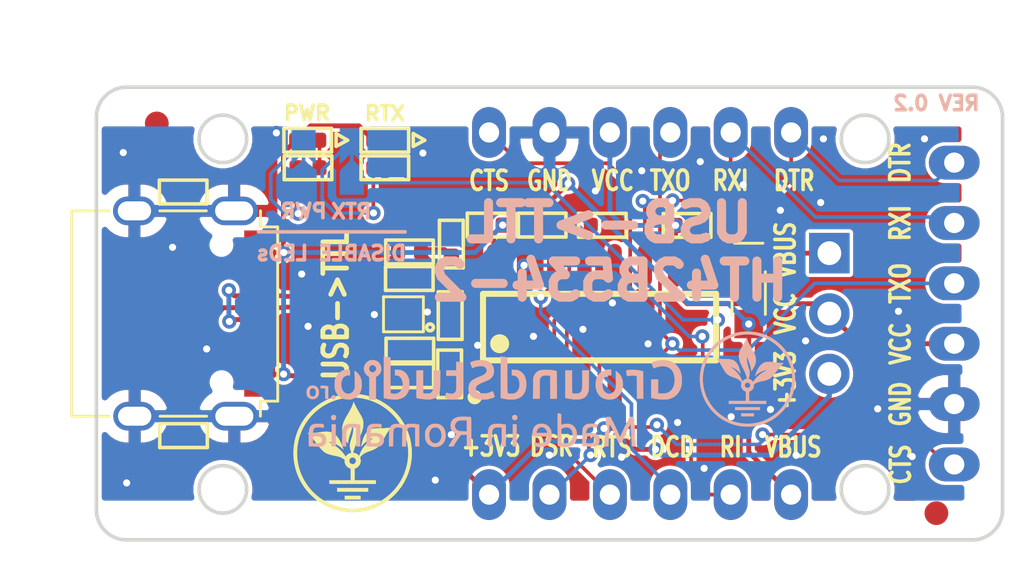
<source format=kicad_pcb>
(kicad_pcb (version 20211014) (generator pcbnew)
  (title_block (title "USBTTL_HT42B534") (date "2021-01-08") (rev "0.2") (company "GroundStudio.ro"))
  (layers (0 "F.Cu" signal) (31 "B.Cu" signal) (34 "B.Paste" user) (35 "F.Paste" user) (36 "B.SilkS" user "B.Silkscreen") (37 "F.SilkS" user "F.Silkscreen") (38 "B.Mask" user) (39 "F.Mask" user) (44 "Edge.Cuts" user))
  (net 0 "")
  (net 1 "GND")
  (net 2 "VBUS")
  (net 3 "Net-(D1-Pad1)")
  (net 4 "DTR")
  (net 5 "Net-(IC1-Pad8)")
  (net 6 "D-")
  (net 7 "CTS")
  (net 8 "D+")
  (net 9 "+3V3")
  (net 10 "Net-(R2-Pad2)")
  (net 11 "Net-(R3-Pad1)")
  (net 12 "Net-(USB1-PadB8)")
  (net 13 "Net-(USB1-PadA8)")
  (net 14 "Net-(C8-Pad1)")
  (net 15 "RI")
  (net 16 "DCD")
  (net 17 "RTS")
  (net 18 "DSR")
  (net 19 "VDDIO")
  (net 20 "Net-(D3-Pad1)")
  (net 21 "RX_IC1")
  (net 22 "Net-(IC1-Pad7)")
  (net 23 "TX_IC1")
  (net 24 "Net-(D2-Pad1)")
  (net 25 "Net-(J5-Pad2)")
  (net 26 "Net-(J6-Pad2)")
  (net 27 "/IC1_D+")
  (net 28 "/IC1_D-")
  (footprint "GS_Local:C_0402_1005Metric" (layer "F.Cu") (at 160.365439 92.68968)
    (fp_text reference "C5")
    (fp_text value "10uF")
    (pad "1" smd roundrect locked (at -0.485 0) (size 0.59 0.64) (layers "F.Cu" "F.Paste" "F.Mask") (net 2 "VBUS"))
    (pad "2" smd roundrect locked (at 0.485 0) (size 0.59 0.64) (layers "F.Cu" "F.Paste" "F.Mask") (net 1 "GND"))
  )
  (footprint "GS_Local:C_0402_1005Metric" (layer "F.Cu") (at 162.89528 92.6973)
    (fp_text reference "C8")
    (fp_text value "1uF")
    (pad "1" smd roundrect locked (at -0.485 0) (size 0.59 0.64) (layers "F.Cu" "F.Paste" "F.Mask") (net 14 "Net-(C8-Pad1)"))
    (pad "2" smd roundrect locked (at 0.485 0) (size 0.59 0.64) (layers "F.Cu" "F.Paste" "F.Mask") (net 1 "GND"))
  )
  (footprint "GS_Local:R_0402_1005Metric" (layer "F.Cu") (at 154.78746 93.81998 180)
    (fp_text reference "R5")
    (fp_text value "33")
    (pad "1" smd roundrect locked (at -0.485 0 180) (size 0.59 0.64) (layers "F.Cu" "F.Paste" "F.Mask") (net 28 "/IC1_D-"))
    (pad "2" smd roundrect locked (at 0.485 0 180) (size 0.59 0.64) (layers "F.Cu" "F.Paste" "F.Mask") (net 6 "D-"))
  )
  (footprint "GS_Local:USB_C_C167321" (layer "F.Cu") (at 144.28278 96.41078 -90)
    (fp_text reference "USB1")
    (fp_text value "USB_C_FULL")
    (pad "" np_thru_hole circle locked (at -2.88798 -2.60034 270) (size 0.7 0.7) (drill 0.7) (layers *.Cu *.Mask))
    (pad "" np_thru_hole circle locked (at 2.89052 -2.60542 270) (size 0.7 0.7) (drill 0.7) (layers *.Cu *.Mask))
    (pad "0" thru_hole oval locked (at 4.32 -3.14 270) (size 1.199998 1.999996) (drill oval 0.799998 1.599971) (layers *.Cu *.Mask "F.Paste") (net 1 "GND"))
    (pad "0" thru_hole oval locked (at -4.32 1.06 270) (size 1.199998 1.799996) (drill oval 0.799998 1.399997) (layers *.Cu *.Mask "F.Paste") (net 1 "GND"))
    (pad "0" thru_hole oval locked (at -4.318 -3.1312 270) (size 1.199998 1.999996) (drill oval 0.799998 1.599971) (layers *.Cu *.Mask "F.Paste") (net 1 "GND"))
    (pad "0" thru_hole oval locked (at 4.32 1.05 270) (size 1.199998 1.799996) (drill oval 0.799998 1.399997) (layers *.Cu *.Mask "F.Paste") (net 1 "GND"))
    (pad "A1" smd rect locked (at -3.34518 -4.20562 270) (size 0.299999 1.299997) (layers "F.Cu" "F.Paste" "F.Mask") (net 1 "GND"))
    (pad "A4" smd rect locked (at -2.54762 -4.20562 270) (size 0.299999 1.299997) (layers "F.Cu" "F.Paste" "F.Mask") (net 2 "VBUS"))
    (pad "A5" smd rect locked (at -1.24968 -4.20562 270) (size 0.299999 1.299997) (layers "F.Cu" "F.Paste" "F.Mask") (net 11 "Net-(R3-Pad1)"))
    (pad "A6" smd rect locked (at -0.24638 -4.20562 270) (size 0.299999 1.299997) (layers "F.Cu" "F.Paste" "F.Mask") (net 8 "D+"))
    (pad "A7" smd rect locked (at 0.254 -4.20562 270) (size 0.299999 1.299997) (layers "F.Cu" "F.Paste" "F.Mask") (net 6 "D-"))
    (pad "A8" smd rect locked (at -1.74752 -4.20562 270) (size 0.299999 1.299997) (layers "F.Cu" "F.Paste" "F.Mask") (net 13 "Net-(USB1-PadA8)"))
    (pad "A9" smd rect locked (at 2.55524 -4.20562 270) (size 0.299999 1.299997) (layers "F.Cu" "F.Paste" "F.Mask") (net 2 "VBUS"))
    (pad "A12" smd rect locked (at 3.35026 -4.20562 270) (size 0.299999 1.299997) (layers "F.Cu" "F.Paste" "F.Mask") (net 1 "GND"))
    (pad "B1" smd rect locked (at 3.05054 -4.20562 270) (size 0.299999 1.299997) (layers "F.Cu" "F.Paste" "F.Mask") (net 1 "GND"))
    (pad "B4" smd rect locked (at 2.25552 -4.20562 270) (size 0.299999 1.299997) (layers "F.Cu" "F.Paste" "F.Mask") (net 2 "VBUS"))
    (pad "B5" smd rect locked (at 1.75514 -4.20562 270) (size 0.299999 1.299997) (layers "F.Cu" "F.Paste" "F.Mask") (net 10 "Net-(R2-Pad2)"))
    (pad "B6" smd rect locked (at 0.75692 -4.20562 270) (size 0.299999 1.299997) (layers "F.Cu" "F.Paste" "F.Mask") (net 8 "D+"))
    (pad "B7" smd rect locked (at -0.74676 -4.20562 270) (size 0.299999 1.299997) (layers "F.Cu" "F.Paste" "F.Mask") (net 6 "D-"))
    (pad "B8" smd rect locked (at 1.25222 -4.20562 270) (size 0.299999 1.299997) (layers "F.Cu" "F.Paste" "F.Mask") (net 12 "Net-(USB1-PadB8)"))
    (pad "B9" smd rect locked (at -2.2479 -4.20562 270) (size 0.299999 1.299997) (layers "F.Cu" "F.Paste" "F.Mask") (net 2 "VBUS"))
    (pad "B12" smd rect locked (at -3.04546 -4.20562 270) (size 0.299999 1.299997) (layers "F.Cu" "F.Paste" "F.Mask") (net 1 "GND"))
  )
  (footprint "GS_Local:PinHeader_1x03_P2.54mm_Vertical_Male" (layer "F.Cu") (at 172.44078 93.87078)
    (fp_text reference "J1")
    (fp_text value "Conn_01x03")
    (pad "1" thru_hole rect locked (at 0 0) (size 1.7 1.7) (drill 1) (layers *.Cu *.Mask) (net 24 "Net-(D2-Pad1)"))
    (pad "2" thru_hole oval locked (at 0 2.54) (size 1.7 1.7) (drill 1) (layers *.Cu *.Mask) (net 19 "VDDIO"))
    (pad "3" thru_hole oval locked (at 0 5.08) (size 1.7 1.7) (drill 1) (layers *.Cu *.Mask) (net 9 "+3V3"))
  )
  (footprint "GS_Local:PinHeader_1x06_P2.54mm_Vertical_Female" (layer "F.Cu") (at 177.69078 90.06078)
    (fp_text reference "J2")
    (fp_text value "Conn_01x06")
    (pad "1" thru_hole oval locked (at 0 0) (size 2.1336 1.4224) (drill 0.849884) (layers *.Cu *.Mask) (net 4 "DTR"))
    (pad "2" thru_hole oval locked (at 0 2.54) (size 2.1336 1.4224) (drill 0.849884) (layers *.Cu *.Mask) (net 21 "RX_IC1"))
    (pad "3" thru_hole oval locked (at 0 5.08) (size 2.1336 1.4224) (drill 0.849884) (layers *.Cu *.Mask) (net 23 "TX_IC1"))
    (pad "4" thru_hole oval locked (at 0 7.62) (size 2.1336 1.4224) (drill 0.849884) (layers *.Cu *.Mask) (net 19 "VDDIO"))
    (pad "5" thru_hole oval locked (at 0 10.16) (size 2.1336 1.4224) (drill 0.849884) (layers *.Cu *.Mask) (net 1 "GND"))
    (pad "6" thru_hole oval locked (at 0 12.7) (size 2.1336 1.4224) (drill 0.849884) (layers *.Cu *.Mask) (net 7 "CTS"))
  )
  (footprint "GS_Local:C_0402_1005Metric" (layer "F.Cu") (at 156.49702 96.49714 -90)
    (fp_text reference "C6")
    (fp_text value "47pF")
    (pad "1" smd roundrect locked (at -0.485 0 270) (size 0.59 0.64) (layers "F.Cu" "F.Paste" "F.Mask") (net 27 "/IC1_D+"))
    (pad "2" smd roundrect locked (at 0.485 0 270) (size 0.59 0.64) (layers "F.Cu" "F.Paste" "F.Mask") (net 1 "GND"))
  )
  (footprint "GS_Local:SOP-16_150MIL" (layer "F.Cu") (at 162.778441 96.98228)
    (fp_text reference "IC1")
    (fp_text value "HT42B534-2")
    (pad "1" smd oval locked (at -4.445 2.6 180) (size 0.6 1.8) (layers "F.Cu" "F.Paste" "F.Mask") (net 27 "/IC1_D+"))
    (pad "2" smd oval locked (at -3.175 2.6 180) (size 0.6 1.8) (layers "F.Cu" "F.Paste" "F.Mask") (net 28 "/IC1_D-"))
    (pad "3" smd oval locked (at -1.905 2.6 180) (size 0.6 1.8) (layers "F.Cu" "F.Paste" "F.Mask") (net 14 "Net-(C8-Pad1)"))
    (pad "4" smd oval locked (at -0.635 2.6 180) (size 0.6 1.8) (layers "F.Cu" "F.Paste" "F.Mask") (net 1 "GND"))
    (pad "5" smd oval locked (at 0.635 2.6 180) (size 0.6 1.8) (layers "F.Cu" "F.Paste" "F.Mask") (net 7 "CTS"))
    (pad "6" smd oval locked (at 1.905 2.6 180) (size 0.6 1.8) (layers "F.Cu" "F.Paste" "F.Mask") (net 23 "TX_IC1"))
    (pad "7" smd oval locked (at 3.175 2.6 180) (size 0.6 1.8) (layers "F.Cu" "F.Paste" "F.Mask") (net 22 "Net-(IC1-Pad7)"))
    (pad "8" smd oval locked (at 4.445 2.6 180) (size 0.6 1.8) (layers "F.Cu" "F.Paste" "F.Mask") (net 5 "Net-(IC1-Pad8)"))
    (pad "9" smd oval locked (at 4.445 -2.6 180) (size 0.6 1.8) (layers "F.Cu" "F.Paste" "F.Mask") (net 4 "DTR"))
    (pad "10" smd oval locked (at 3.175 -2.6 180) (size 0.6 1.8) (layers "F.Cu" "F.Paste" "F.Mask") (net 19 "VDDIO"))
    (pad "11" smd oval locked (at 1.905 -2.6 180) (size 0.6 1.8) (layers "F.Cu" "F.Paste" "F.Mask") (net 21 "RX_IC1"))
    (pad "12" smd oval locked (at 0.635 -2.6 180) (size 0.6 1.8) (layers "F.Cu" "F.Paste" "F.Mask") (net 18 "DSR"))
    (pad "13" smd oval locked (at -0.635 -2.6 180) (size 0.6 1.8) (layers "F.Cu" "F.Paste" "F.Mask") (net 17 "RTS"))
    (pad "14" smd oval locked (at -1.905 -2.6 180) (size 0.6 1.8) (layers "F.Cu" "F.Paste" "F.Mask") (net 16 "DCD"))
    (pad "15" smd oval locked (at -3.175 -2.6 180) (size 0.6 1.8) (layers "F.Cu" "F.Paste" "F.Mask") (net 15 "RI"))
    (pad "16" smd oval locked (at -4.445 -2.6 180) (size 0.6 1.8) (layers "F.Cu" "F.Paste" "F.Mask") (net 2 "VBUS"))
  )
  (footprint "GS_Local:R_0402_1005Metric" (layer "F.Cu") (at 153.75128 90.27668 180)
    (fp_text reference "R1")
    (fp_text value "1k")
    (pad "1" smd roundrect locked (at -0.485 0 180) (size 0.59 0.64) (layers "F.Cu" "F.Paste" "F.Mask") (net 3 "Net-(D1-Pad1)"))
    (pad "2" smd roundrect locked (at 0.485 0 180) (size 0.59 0.64) (layers "F.Cu" "F.Paste" "F.Mask") (net 26 "Net-(J6-Pad2)"))
  )
  (footprint "GS_Local:LED_0402_1005Metric" (layer "F.Cu") (at 153.75128 89.11844 180)
    (fp_text reference "D1")
    (fp_text value "RTX LED")
    (pad "1" smd roundrect locked (at -0.485 0 180) (size 0.59 0.64) (layers "F.Cu" "F.Paste" "F.Mask") (net 3 "Net-(D1-Pad1)"))
    (pad "2" smd roundrect locked (at 0.485 0 180) (size 0.59 0.64) (layers "F.Cu" "F.Paste" "F.Mask") (net 2 "VBUS"))
  )
  (footprint "GS_Local:C_0402_1005Metric" (layer "F.Cu") (at 156.54782 93.48724 90)
    (fp_text reference "C7")
    (fp_text value "47pF")
    (pad "1" smd roundrect locked (at -0.485 0 90) (size 0.59 0.64) (layers "F.Cu" "F.Paste" "F.Mask") (net 28 "/IC1_D-"))
    (pad "2" smd roundrect locked (at 0.485 0 90) (size 0.59 0.64) (layers "F.Cu" "F.Paste" "F.Mask") (net 1 "GND"))
  )
  (footprint "GS_Local:R_0402_1005Metric" (layer "F.Cu") (at 154.77998 94.93504)
    (fp_text reference "R4")
    (fp_text value "33")
    (pad "1" smd roundrect locked (at -0.485 0) (size 0.59 0.64) (layers "F.Cu" "F.Paste" "F.Mask") (net 8 "D+"))
    (pad "2" smd roundrect locked (at 0.485 0) (size 0.59 0.64) (layers "F.Cu" "F.Paste" "F.Mask") (net 27 "/IC1_D+"))
  )
  (footprint "GS_Local:C_0402_1005Metric" (layer "F.Cu") (at 158.21914 92.68968 180)
    (fp_text reference "C1")
    (fp_text value "100nF")
    (pad "1" smd roundrect locked (at -0.485 0 180) (size 0.59 0.64) (layers "F.Cu" "F.Paste" "F.Mask") (net 2 "VBUS"))
    (pad "2" smd roundrect locked (at 0.485 0 180) (size 0.59 0.64) (layers "F.Cu" "F.Paste" "F.Mask") (net 1 "GND"))
  )
  (footprint "GS_Local:C_0402_1005Metric" (layer "F.Cu") (at 166.4589 92.70238)
    (fp_text reference "C9")
    (fp_text value "100nF")
    (pad "1" smd roundrect locked (at -0.485 0) (size 0.59 0.64) (layers "F.Cu" "F.Paste" "F.Mask") (net 19 "VDDIO"))
    (pad "2" smd roundrect locked (at 0.485 0) (size 0.59 0.64) (layers "F.Cu" "F.Paste" "F.Mask") (net 1 "GND"))
  )
  (footprint "GS_Branding:GS_Logo2_5x5" (layer "F.Cu") (at 152.39746 102.28326)
    (fp_text reference "G***")
    (fp_text value "LOGO")
  )
  (footprint "GS_Local:FBP1-1-4" (layer "F.Cu") (at 154.5336 96.4438 180)
    (fp_text reference "U1")
    (fp_text value "ME6211C33U4AG-N")
    (fp_poly (pts (xy 0.21 0.455) (xy 0.6 0.455) (xy 0.6 0.195) (xy 0.36 0.195) (xy 0.21 0.345)) (layer "F.Cu") (width 0.0001) (fill solid))
    (fp_poly (pts (xy -0.21 0.455) (xy -0.6 0.455) (xy -0.6 0.195) (xy -0.42 0.195) (xy -0.36 0.195) (xy -0.21 0.345)) (layer "F.Cu") (width 0.0001) (fill solid))
    (fp_poly (pts (xy 0.21 -0.455) (xy 0.6 -0.455) (xy 0.6 -0.195) (xy 0.42 -0.195) (xy 0.36 -0.195) (xy 0.21 -0.345)) (layer "F.Cu") (width 0.0001) (fill solid))
    (fp_poly (pts (xy -0.21 -0.455) (xy -0.6 -0.455) (xy -0.6 -0.195) (xy -0.36 -0.195) (xy -0.21 -0.345)) (layer "F.Cu") (width 0.0001) (fill solid))
    (pad "1" smd rect locked (at -0.48 -0.325 180) (size 0.1 0.1) (layers "F.Cu") (net 9 "+3V3"))
    (pad "2" smd rect locked (at -0.48 0.325 180) (size 0.1 0.1) (layers "F.Cu") (net 1 "GND"))
    (pad "3" smd rect locked (at 0.48 0.325 180) (size 0.1 0.1) (layers "F.Cu") (net 2 "VBUS"))
    (pad "4" smd rect locked (at 0.48 -0.325 180) (size 0.1 0.1) (layers "F.Cu") (net 2 "VBUS"))
    (pad "5" smd rect locked (at 0 0 225) (size 0.52 0.52) (layers "F.Cu") (net 1 "GND"))
  )
  (footprint "GS_Local:C_0402_1005Metric" (layer "F.Cu") (at 154.80284 97.95256)
    (fp_text reference "C4")
    (fp_text value "1uF")
    (pad "1" smd roundrect locked (at -0.485 0) (size 0.59 0.64) (layers "F.Cu" "F.Paste" "F.Mask") (net 2 "VBUS"))
    (pad "2" smd roundrect locked (at 0.485 0) (size 0.59 0.64) (layers "F.Cu" "F.Paste" "F.Mask") (net 1 "GND"))
  )
  (footprint "GS_Local:C_0402_1005Metric" (layer "F.Cu") (at 156.47416 98.94824 -90)
    (fp_text reference "C3")
    (fp_text value "1uF")
    (pad "1" smd roundrect locked (at -0.485 0 270) (size 0.59 0.64) (layers "F.Cu" "F.Paste" "F.Mask") (net 9 "+3V3"))
    (pad "2" smd roundrect locked (at 0.485 0 270) (size 0.59 0.64) (layers "F.Cu" "F.Paste" "F.Mask") (net 1 "GND"))
  )
  (footprint "GS_Local:R_0402_1005Metric" (layer "F.Cu") (at 145.27036 91.29776 180)
    (fp_text reference "R3")
    (fp_text value "5.1k")
    (pad "1" smd roundrect locked (at -0.485 0 180) (size 0.59 0.64) (layers "F.Cu" "F.Paste" "F.Mask") (net 11 "Net-(R3-Pad1)"))
    (pad "2" smd roundrect locked (at 0.485 0 180) (size 0.59 0.64) (layers "F.Cu" "F.Paste" "F.Mask") (net 1 "GND"))
  )
  (footprint "GS_Local:C_0402_1005Metric" (layer "F.Cu") (at 154.80284 99.02698 180)
    (fp_text reference "C2")
    (fp_text value "100nF")
    (pad "1" smd roundrect locked (at -0.485 0 180) (size 0.59 0.64) (layers "F.Cu" "F.Paste" "F.Mask") (net 1 "GND"))
    (pad "2" smd roundrect locked (at 0.485 0 180) (size 0.59 0.64) (layers "F.Cu" "F.Paste" "F.Mask") (net 2 "VBUS"))
  )
  (footprint "GS_Local:R_0402_1005Metric" (layer "F.Cu") (at 145.28814 101.5492)
    (fp_text reference "R2")
    (fp_text value "5.1k")
    (pad "1" smd roundrect locked (at -0.485 0) (size 0.59 0.64) (layers "F.Cu" "F.Paste" "F.Mask") (net 1 "GND"))
    (pad "2" smd roundrect locked (at 0.485 0) (size 0.59 0.64) (layers "F.Cu" "F.Paste" "F.Mask") (net 10 "Net-(R2-Pad2)"))
  )
  (footprint "GS_Local:Fiducial_1mm_Mask2mm" (layer "F.Cu") (at 176.94078 104.81078 180)
    (fp_text reference "FID1")
    (fp_text value "Fiducial")
    (pad "" smd circle locked (at 0 0 180) (size 1 1) (layers "F.Cu" "F.Mask") (clearance 0.5))
  )
  (footprint "GS_Local:Fiducial_1mm_Mask2mm" (layer "F.Cu") (at 144.16278 88.41232 180)
    (fp_text reference "FID2")
    (fp_text value "Fiducial")
    (pad "" smd circle locked (at 0 0 180) (size 1 1) (layers "F.Cu" "F.Mask") (clearance 0.5))
  )
  (footprint "GS_Local:LED_0402_1005Metric" (layer "F.Cu") (at 150.5077 89.11844 180)
    (fp_text reference "D3")
    (fp_text value "PWR LED")
    (pad "1" smd roundrect locked (at -0.485 0 180) (size 0.59 0.64) (layers "F.Cu" "F.Paste" "F.Mask") (net 20 "Net-(D3-Pad1)"))
    (pad "2" smd roundrect locked (at 0.485 0 180) (size 0.59 0.64) (layers "F.Cu" "F.Paste" "F.Mask") (net 2 "VBUS"))
  )
  (footprint "GS_Local:R_0402_1005Metric" (layer "F.Cu") (at 150.5204 90.27668 180)
    (fp_text reference "R6")
    (fp_text value "1k")
    (pad "1" smd roundrect locked (at -0.485 0 180) (size 0.59 0.64) (layers "F.Cu" "F.Paste" "F.Mask") (net 20 "Net-(D3-Pad1)"))
    (pad "2" smd roundrect locked (at 0.485 0 180) (size 0.59 0.64) (layers "F.Cu" "F.Paste" "F.Mask") (net 25 "Net-(J5-Pad2)"))
  )
  (footprint "GS_Local:SOD-323" (layer "F.Cu") (at 169.0497 95.55226 -90)
    (fp_text reference "D2")
    (fp_text value "D_Schottky")
    (pad "1" smd rect locked (at -1.3 0 270) (size 1.2 1.2) (layers "F.Cu" "F.Paste" "F.Mask") (net 24 "Net-(D2-Pad1)"))
    (pad "2" smd rect locked (at 1.3 0 270) (size 1.2 1.2) (layers "F.Cu" "F.Paste" "F.Mask") (net 2 "VBUS"))
  )
  (footprint "GS_Local:PinHeader_1x06_P2.54mm_Vertical_Male" (layer "B.Cu") (at 170.83278 88.79078 90)
    (fp_text reference "J4")
    (fp_text value "Conn_01x06")
    (pad "1" thru_hole oval locked (at 0 0 90) (size 2.1336 1.4224) (drill 0.849884) (layers *.Cu *.Mask) (net 4 "DTR"))
    (pad "2" thru_hole oval locked (at 0 -2.54 90) (size 2.1336 1.4224) (drill 0.849884) (layers *.Cu *.Mask) (net 21 "RX_IC1"))
    (pad "3" thru_hole oval locked (at 0 -5.08 90) (size 2.1336 1.4224) (drill 0.849884) (layers *.Cu *.Mask) (net 23 "TX_IC1"))
    (pad "4" thru_hole oval locked (at 0 -7.62 90) (size 2.1336 1.4224) (drill 0.849884) (layers *.Cu *.Mask) (net 19 "VDDIO"))
    (pad "5" thru_hole oval locked (at 0 -10.16 90) (size 2.1336 1.4224) (drill 0.849884) (layers *.Cu *.Mask) (net 1 "GND"))
    (pad "6" thru_hole oval locked (at 0 -12.7 90) (size 2.1336 1.4224) (drill 0.849884) (layers *.Cu *.Mask) (net 7 "CTS"))
  )
  (footprint "GS_Branding:GS_Logo2_4x4" (layer "B.Cu") (at 168.9989 99.16922 180)
    (fp_text reference "G***" hide)
    (fp_text value "LOGO" hide)
  )
  (footprint "GS_Branding:GS_GroundStudio_14.6x1.8" (layer "B.Cu") (at 158.9405 99.11842 180)
    (fp_text reference "G***" hide)
    (fp_text value "LOGO" hide)
  )
  (footprint "GS_Branding:GS_.ro_1.2x0.6" (layer "B.Cu") (at 151.0665 99.72802 180)
    (fp_text reference "G***" hide)
    (fp_text value "LOGO" hide)
  )
  (footprint "GS_Local:PinHeader_1x06_P2.54mm_Vertical_Male" (layer "B.Cu") (at 170.83278 104.03078 90)
    (fp_text reference "J3")
    (fp_text value "Conn_01x06")
    (pad "1" thru_hole oval locked (at 0 0 90) (size 2.1336 1.4224) (drill 0.849884) (layers *.Cu *.Mask) (net 2 "VBUS"))
    (pad "2" thru_hole oval locked (at 0 -2.54 90) (size 2.1336 1.4224) (drill 0.849884) (layers *.Cu *.Mask) (net 15 "RI"))
    (pad "3" thru_hole oval locked (at 0 -5.08 90) (size 2.1336 1.4224) (drill 0.849884) (layers *.Cu *.Mask) (net 16 "DCD"))
    (pad "4" thru_hole oval locked (at 0 -7.62 90) (size 2.1336 1.4224) (drill 0.849884) (layers *.Cu *.Mask) (net 17 "RTS"))
    (pad "5" thru_hole oval locked (at 0 -10.16 90) (size 2.1336 1.4224) (drill 0.849884) (layers *.Cu *.Mask) (net 18 "DSR"))
    (pad "6" thru_hole oval locked (at 0 -12.7 90) (size 2.1336 1.4224) (drill 0.849884) (layers *.Cu *.Mask) (net 9 "+3V3"))
  )
  (footprint "GS_Local:SolderJumper_NC" (layer "B.Cu") (at 150.33498 90.03284 90)
    (fp_text reference "J5")
    (fp_text value "PWR LED DISABLE")
    (fp_line (start 0.05334 0) (end 0.30988 0) (layer "B.Cu") (width 0.1524))
    (pad "1" smd custom locked (at -0.889 0 90) (size 0.9906 0.9906) (layers "B.Cu" "B.Mask") (net 1 "GND") (options (clearance outline) (anchor rect)) (primitives (gr_poly (pts (xy -0.508 0.508) (xy 0.508 0.508) (xy 1.016 0) (xy 0.508 -0.508) (xy -0.508 -0.508)) (width 0) (fill yes))))
    (pad "2" smd custom locked (at 0.889 0 270) (size 0.9906 0.9906) (layers "B.Cu" "B.Mask") (net 25 "Net-(J5-Pad2)") (options (clearance outline) (anchor rect)) (primitives (gr_poly (pts (xy -0.508 0.508) (xy 1.016 0.508) (xy 0.508 0) (xy 1.016 -0.508) (xy -0.508 -0.508)) (width 0) (fill yes))))
  )
  (footprint "GS_Local:SolderJumper_NC" (layer "B.Cu") (at 152.3619 90.01506 90)
    (fp_text reference "J6")
    (fp_text value "SolderJumper_NC")
    (fp_line (start 0.05334 0) (end 0.30988 0) (layer "B.Cu") (width 0.1524))
    (pad "1" smd custom locked (at -0.889 0 90) (size 0.9906 0.9906) (layers "B.Cu" "B.Mask") (net 5 "Net-(IC1-Pad8)") (options (clearance outline) (anchor rect)) (primitives (gr_poly (pts (xy -0.508 0.508) (xy 0.508 0.508) (xy 1.016 0) (xy 0.508 -0.508) (xy -0.508 -0.508)) (width 0) (fill yes))))
    (pad "2" smd custom locked (at 0.889 0 270) (size 0.9906 0.9906) (layers "B.Cu" "B.Mask") (net 26 "Net-(J6-Pad2)") (options (clearance outline) (anchor rect)) (primitives (gr_poly (pts (xy -0.508 0.508) (xy 1.016 0.508) (xy 0.508 0) (xy 1.016 -0.508) (xy -0.508 -0.508)) (width 0) (fill yes))))
  )
  (footprint "GS_Branding:GS_Made in Romania_13.8x1.4" (layer "B.Cu") (at 157.44078 101.31078 180)
    (fp_text reference "G***" hide)
    (fp_text value "LOGO" hide)
  )
  (gr_line (start 154.60218 92.97416) (end 148.4376 92.97416) (layer "B.SilkS") (width 0.1524))
  (gr_arc (start 179.722781 104.665779) (mid 179.350806 105.563805) (end 178.45278 105.93578) (layer "Edge.Cuts") (width 0.1524))
  (gr_arc (start 178.452779 86.885779) (mid 179.350805 87.257754) (end 179.72278 88.15578) (layer "Edge.Cuts") (width 0.1524))
  (gr_arc (start 141.622779 88.15578) (mid 141.994754 87.257754) (end 142.89278 86.885779) (layer "Edge.Cuts") (width 0.1524))
  (gr_circle (center 146.94078 103.81078) (end 147.94078 103.81078) (layer "Edge.Cuts") (width 0.1524) (fill none))
  (gr_circle (center 173.94078 89.06078) (end 174.94078 89.06078) (layer "Edge.Cuts") (width 0.1524) (fill none))
  (gr_circle (center 173.94078 103.81078) (end 174.94078 103.81078) (layer "Edge.Cuts") (width 0.1524) (fill none))
  (gr_line (start 142.89278 86.885779) (end 178.452779 86.885779) (layer "Edge.Cuts") (width 0.1524))
  (gr_line (start 141.62278 104.66578) (end 141.622779 88.15578) (layer "Edge.Cuts") (width 0.1524))
  (gr_circle (center 146.94078 89.06078) (end 147.94078 89.06078) (layer "Edge.Cuts") (width 0.1524) (fill none))
  (gr_line (start 178.45278 105.93578) (end 142.89278 105.93578) (layer "Edge.Cuts") (width 0.1524))
  (gr_arc (start 142.89278 105.93578) (mid 141.994754 105.563806) (end 141.62278 104.66578) (layer "Edge.Cuts") (width 0.1524))
  (gr_line (start 179.72278 88.15578) (end 179.72278 104.66578) (layer "Edge.Cuts") (width 0.1524))
  (gr_text "REV 0.2" (at 176.94078 87.56078) (layer "B.SilkS") (effects (font (size 0.6096 0.6096) (thickness 0.1524)) (justify mirror)))
  (gr_text "DISABLE LEDs" (at 151.50084 93.87586) (layer "B.SilkS") (effects (font (size 0.6096 0.6096) (thickness 0.1524)) (justify mirror)))
  (gr_text "PWR" (at 150.33244 92.10548) (layer "B.SilkS") (effects (font (size 0.6096 0.6096) (thickness 0.1524)) (justify mirror)))
  (gr_text "RTX" (at 152.34158 92.11818) (layer "B.SilkS") (effects (font (size 0.6096 0.6096) (thickness 0.1524)) (justify mirror)))
  (gr_text "USB->TTL\nHT42B534-2" (at 163.19078 93.81078) (layer "B.SilkS") (effects (font (size 1.524 1.524) (thickness 0.381)) (justify mirror)))
  (gr_text "DTR" (at 175.42002 90.06078 90) (layer "F.SilkS") (effects (font (size 0.8128 0.6096) (thickness 0.1524))))
  (gr_text "RXI" (at 175.4251 92.60332 90) (layer "F.SilkS") (effects (font (size 0.8128 0.6096) (thickness 0.1524))))
  (gr_text "VCC" (at 175.43272 97.67824 90) (layer "F.SilkS") (effects (font (size 0.8128 0.6096) (thickness 0.1524))))
  (gr_text "CTS" (at 175.44288 102.76078 90) (layer "F.SilkS") (effects (font (size 0.8128 0.6096) (thickness 0.1524))))
  (gr_text "GND" (at 175.43272 100.22078 90) (layer "F.SilkS") (effects (font (size 0.8128 0.6096) (thickness 0.1524))))
  (gr_text "TXO" (at 175.43018 95.14078 90) (layer "F.SilkS") (effects (font (size 0.8128 0.6096) (thickness 0.1524))))
  (gr_text "RTX" (at 153.75382 87.99576) (layer "F.SilkS") (effects (font (size 0.6096 0.6096) (thickness 0.1524))))
  (gr_text "PWR" (at 150.4823 87.9729) (layer "F.SilkS") (effects (font (size 0.6096 0.6096) (thickness 0.1524))))
  (gr_text "VCC" (at 170.59478 96.41078 90) (layer "F.SilkS") (effects (font (size 0.8128 0.6096) (thickness 0.1524))))
  (gr_text "+3V3" (at 158.222583 101.99878) (layer "F.SilkS") (effects (font (size 0.8128 0.6096) (thickness 0.1524))))
  (gr_text "VBUS" (at 170.59478 93.74378 90) (layer "F.SilkS") (effects (font (size 0.8128 0.6096) (thickness 0.1524))))
  (gr_text "GND" (at 160.67278 90.82278) (layer "F.SilkS") (effects (font (size 0.8128 0.6096) (thickness 0.1524))))
  (gr_text "RI" (at 168.29278 102.035977) (layer "F.SilkS") (effects (font (size 0.8128 0.6096) (thickness 0.1524))))
  (gr_text "+3V3" (at 170.59478 99.20478 90) (layer "F.SilkS") (effects (font (size 0.8128 0.6096) (thickness 0.1524))))
  (gr_text "DTR" (at 170.95978 90.82278) (layer "F.SilkS") (effects (font (size 0.8128 0.6096) (thickness 0.1524))))
  (gr_text "TXO" (at 165.75024 90.82024) (layer "F.SilkS") (effects (font (size 0.8128 0.6096) (thickness 0.1524))))
  (gr_text "RXI" (at 168.2877 90.82024) (layer "F.SilkS") (effects (font (size 0.8128 0.6096) (thickness 0.1524))))
  (gr_text "DCD" (at 165.842583 102.035977) (layer "F.SilkS") (effects (font (size 0.8128 0.6096) (thickness 0.1524))))
  (gr_text "CTS" (at 158.13532 90.82532) (layer "F.SilkS") (effects (font (size 0.8128 0.6096) (thickness 0.1524))))
  (gr_text "USB->TTL" (at 151.69078 96.06078 90) (layer "F.SilkS") (effects (font (size 1 0.8) (thickness 0.2))))
  (gr_text "VCC" (at 163.33978 90.82278) (layer "F.SilkS") (effects (font (size 0.8128 0.6096) (thickness 0.1524))))
  (gr_text "RTS" (at 163.302583 102.035977) (layer "F.SilkS") (effects (font (size 0.8128 0.6096) (thickness 0.1524))))
  (gr_text "VBUS" (at 170.922582 102.035977) (layer "F.SilkS") (effects (font (size 0.8128 0.6096) (thickness 0.1524))))
  (gr_text "DSR" (at 160.762583 101.99878) (layer "F.SilkS") (effects (font (size 0.8128 0.6096) (thickness 0.1524))))
  (segment (start 154.56408 96.4438) (end 154.88908 96.1188) (width 0.2794) (layer "F.Cu") (net 1))
  (segment (start 154.5336 96.4438) (end 154.56408 96.4438) (width 0.2032) (layer "F.Cu") (net 1))
  (segment (start 155.53944 96.34728) (end 155.31096 96.1188) (width 0.2794) (layer "F.Cu") (net 1))
  (segment (start 154.88908 96.1188) (end 155.0136 96.1188) (width 0.2032) (layer "F.Cu") (net 1))
  (segment (start 155.31096 96.1188) (end 155.0136 96.1188) (width 0.2794) (layer "F.Cu") (net 1))
  (via (at 155.53944 96.34728) (size 0.6) (drill 0.3) (layers "F.Cu" "B.Cu") (net 1))
  (via (at 168.81602 90.99296) (size 0.6) (drill 0.3) (layers "F.Cu" "B.Cu") (net 1))
  (via (at 164.5539 90.40368) (size 0.6) (drill 0.3) (layers "F.Cu" "B.Cu") (net 1))
  (via (at 163.703 102.45852) (size 0.6) (drill 0.3) (layers "F.Cu" "B.Cu") (net 1))
  (via (at 160.67024 102.36708) (size 0.6) (drill 0.3) (layers "F.Cu" "B.Cu") (net 1))
  (via (at 171.44078 97.56078) (size 0.6) (drill 0.3) (layers "F.Cu" "B.Cu") (net 1))
  (via (at 156.54528 101.50856) (size 0.6) (drill 0.3) (layers "F.Cu" "B.Cu") (net 1))
  (via (at 172.07484 91.73972) (size 0.6) (drill 0.3) (layers "F.Cu" "B.Cu") (net 1))
  (via (at 175.92294 102.42804) (size 0.6) (drill 0.3) (layers "F.Cu" "B.Cu") (net 1))
  (via (at 155.35148 89.65946) (size 0.6) (drill 0.3) (layers "F.Cu" "B.Cu") (net 1))
  (via (at 162.60318 91.25204) (size 0.6) (drill 0.3) (layers "F.Cu" "B.Cu") (net 1))
  (via (at 155.87218 103.42118) (size 0.6) (drill 0.3) (layers "F.Cu" "B.Cu") (net 1))
  (via (at 171.0436 102.37724) (size 0.6) (drill 0.3) (layers "F.Cu" "B.Cu") (net 1))
  (via (at 150.2537 94.74962) (size 0.6) (drill 0.3) (layers "F.Cu" "B.Cu") (net 1))
  (via (at 170.38066 92.06738) (size 0.6) (drill 0.3) (layers "F.Cu" "B.Cu") (net 1))
  (via (at 168.3131 100.75418) (size 0.6) (drill 0.3) (layers "F.Cu" "B.Cu") (net 1))
  (via (at 142.75308 89.6366) (size 0.6) (drill 0.3) (layers "F.Cu" "B.Cu") (net 1))
  (via (at 157.65272 97.74682) (size 0.6) (drill 0.3) (layers "F.Cu" "B.Cu") (net 1))
  (via (at 167.01262 90.02014) (size 0.6) (drill 0.3) (layers "F.Cu" "B.Cu") (net 1))
  (via (at 162.07994 97.07626) (size 0.6) (drill 0.3) (layers "F.Cu" "B.Cu") (net 1))
  (via (at 153.30932 96.45396) (size 0.6) (drill 0.3) (layers "F.Cu" "B.Cu") (net 1))
  (via (at 149.19078 88.81078) (size 0.6) (drill 0.3) (layers "F.Cu" "B.Cu") (net 1))
  (via (at 169.9641 100.44684) (size 0.6) (drill 0.3) (layers "F.Cu" "B.Cu") (net 1))
  (via (at 176.44078 89.06078) (size 0.6) (drill 0.3) (layers "F.Cu" "B.Cu") (net 1))
  (via (at 146.25828 97.90176) (size 0.6) (drill 0.3) (layers "F.Cu" "B.Cu") (net 1))
  (via (at 166.05758 100.99548) (size 0.6) (drill 0.3) (layers "F.Cu" "B.Cu") (net 1))
  (via (at 164.81806 97.68586) (size 0.6) (drill 0.3) (layers "F.Cu" "B.Cu") (net 1))
  (via (at 163.31946 95.96374) (size 0.6) (drill 0.3) (layers "F.Cu" "B.Cu") (net 1))
  (via (at 150.52294 96.94926) (size 0.6) (drill 0.3) (layers "F.Cu" "B.Cu") (net 1))
  (via (at 175.34636 96.3168) (size 0.6) (drill 0.3) (layers "F.Cu" "B.Cu") (net 1))
  (via (at 159.99968 97.3709) (size 0.6) (drill 0.3) (layers "F.Cu" "B.Cu") (net 1))
  (via (at 144.82572 93.6244) (size 0.6) (drill 0.3) (layers "F.Cu" "B.Cu") (net 1))
  (via (at 174.4726 100.42144) (size 0.6) (drill 0.3) (layers "F.Cu" "B.Cu") (net 1))
  (via (at 167.17518 102.92588) (size 0.6) (drill 0.3) (layers "F.Cu" "B.Cu") (net 1))
  (via (at 172.19078 89.06078) (size 0.6) (drill 0.3) (layers "F.Cu" "B.Cu") (net 1))
  (via (at 142.89532 103.53802) (size 0.6) (drill 0.3) (layers "F.Cu" "B.Cu") (net 1))
  (segment (start 159.880439 92.68968) (end 158.70414 92.68968) (width 0.2032) (layer "F.Cu") (net 2))
  (segment (start 149.48916 98.96602) (end 149.49424 98.96094) (width 0.2032) (layer "F.Cu") (net 2))
  (segment (start 154.0536 96.7688) (end 153.911894 96.627094) (width 0.2032) (layer "F.Cu") (net 2))
  (segment (start 158.70414 92.68968) (end 158.704164 92.68968) (width 0.2032) (layer "F.Cu") (net 2))
  (segment (start 169.0497 102.2477) (end 170.83278 104.03078) (width 0.2032) (layer "F.Cu") (net 2))
  (segment (start 158.333441 94.38228) (end 158.333441 93.060379) (width 0.2032) (layer "F.Cu") (net 2))
  (segment (start 158.333441 93.060379) (end 158.70414 92.68968) (width 0.2032) (layer "F.Cu") (net 2))
  (segment (start 148.4884 93.86316) (end 148.4884 94.16288) (width 0.2032) (layer "F.Cu") (net 2))
  (segment (start 169.0497 96.85226) (end 169.0497 102.2477) (width 0.2032) (layer "F.Cu") (net 2))
  (segment (start 148.4884 98.96602) (end 148.4884 98.6663) (width 0.2032) (layer "F.Cu") (net 2))
  (segment (start 150.62722 88.51392) (end 150.0227 89.11844) (width 0.2032) (layer "F.Cu") (net 2))
  (segment (start 153.911894 96.627094) (end 153.911894 96.260506) (width 0.2032) (layer "F.Cu") (net 2))
  (segment (start 154.31784 99.02698) (end 149.56028 99.02698) (width 0.2032) (layer "F.Cu") (net 2))
  (segment (start 159.880439 92.68968) (end 159.880439 92.514281) (width 0.2032) (layer "F.Cu") (net 2))
  (segment (start 153.26628 89.11844) (end 152.66176 88.51392) (width 0.2032) (layer "F.Cu") (net 2))
  (segment (start 159.880439 92.514281) (end 161.45764 90.93708) (width 0.2032) (layer "F.Cu") (net 2))
  (segment (start 149.48639 93.82737) (end 149.50186 93.84284) (width 0.2032) (layer "F.Cu") (net 2))
  (segment (start 148.4884 98.96602) (end 149.48916 98.96602) (width 0.2032) (layer "F.Cu") (net 2))
  (segment (start 149.48639 89.65475) (end 149.48639 93.82737) (width 0.2032) (layer "F.Cu") (net 2))
  (segment (start 149.50186 93.84284) (end 148.50872 93.84284) (width 0.2032) (layer "F.Cu") (net 2))
  (segment (start 153.911894 96.260506) (end 154.0536 96.1188) (width 0.2032) (layer "F.Cu") (net 2))
  (segment (start 154.31784 97.03304) (end 154.0536 96.7688) (width 0.2032) (layer "F.Cu") (net 2))
  (segment (start 148.50872 93.84284) (end 148.4884 93.86316) (width 0.2032) (layer "F.Cu") (net 2))
  (segment (start 149.56028 99.02698) (end 149.49424 98.96094) (width 0.2032) (layer "F.Cu") (net 2))
  (segment (start 154.31784 97.95256) (end 154.31784 97.03304) (width 0.2032) (layer "F.Cu") (net 2))
  (segment (start 150.0227 89.11844) (end 149.48639 89.65475) (width 0.2032) (layer "F.Cu") (net 2))
  (segment (start 152.66176 88.51392) (end 150.62722 88.51392) (width 0.2032) (layer "F.Cu") (net 2))
  (segment (start 154.31784 99.02698) (end 154.31784 97.95256) (width 0.2032) (layer "F.Cu") (net 2))
  (via (at 161.45764 90.93708) (size 0.6) (drill 0.3) (layers "F.Cu" "B.Cu") (net 2))
  (via (at 158.704164 92.68968) (size 0.6) (drill 0.3) (layers "F.Cu" "B.Cu") (net 2))
  (via (at 169.0497 96.85226) (size 0.6) (drill 0.3) (layers "F.Cu" "B.Cu") (net 2))
  (via (at 149.49424 98.96094) (size 0.6) (drill 0.3) (layers "F.Cu" "B.Cu") (net 2))
  (via (at 149.50186 93.84284) (size 0.6) (drill 0.3) (layers "F.Cu" "B.Cu") (net 2))
  (segment (start 149.50186 93.84284) (end 157.551004 93.84284) (width 0.2032) (layer "B.Cu") (net 2))
  (segment (start 166.50208 95.98152) (end 168.17896 95.98152) (width 0.2032) (layer "B.Cu") (net 2))
  (segment (start 157.551004 93.84284) (end 158.704164 92.68968) (width 0.2032) (layer "B.Cu") (net 2))
  (segment (start 161.45764 90.93708) (end 166.50208 95.98152) (width 0.2032) (layer "B.Cu") (net 2))
  (segment (start 149.49424 93.85046) (end 149.50186 93.84284) (width 0.2032) (layer "B.Cu") (net 2))
  (segment (start 168.17896 95.98152) (end 169.0497 96.85226) (width 0.2032) (layer "B.Cu") (net 2))
  (segment (start 149.49424 98.96094) (end 149.49424 93.85046) (width 0.2032) (layer "B.Cu") (net 2))
  (segment (start 154.23628 89.11844) (end 154.23628 90.27668) (width 0.1524) (layer "F.Cu") (net 3))
  (segment (start 167.223441 94.38228) (end 170.83278 90.772941) (width 0.1524) (layer "F.Cu") (net 4))
  (segment (start 170.83278 90.772941) (end 170.83278 88.79078) (width 0.1524) (layer "F.Cu") (net 4))
  (segment (start 172.85278 90.81078) (end 170.83278 88.79078) (width 0.1524) (layer "B.Cu") (net 4))
  (segment (start 176.94078 90.81078) (end 172.85278 90.81078) (width 0.1524) (layer "B.Cu") (net 4))
  (segment (start 177.69078 90.06078) (end 176.94078 90.81078) (width 0.1524) (layer "B.Cu") (net 4))
  (segment (start 167.7543 98.61042) (end 167.7543 96.67494) (width 0.1524) (layer "F.Cu") (net 5))
  (segment (start 167.223441 99.58228) (end 167.223441 99.141279) (width 0.1524) (layer "F.Cu") (net 5))
  (segment (start 167.223441 99.141279) (end 167.7543 98.61042) (width 0.1524) (layer "F.Cu") (net 5))
  (via (at 167.7543 96.67494) (size 0.6) (drill 0.3) (layers "F.Cu" "B.Cu") (net 5))
  (segment (start 160.5153 90.90406) (end 166.28618 96.67494) (width 0.1524) (layer "B.Cu") (net 5))
  (segment (start 166.28618 96.67494) (end 167.7543 96.67494) (width 0.1524) (layer "B.Cu") (net 5))
  (segment (start 152.3619 90.90406) (end 160.5153 90.90406) (width 0.1524) (layer "B.Cu") (net 5))
  (segment (start 148.4884 95.66402) (end 147.42668 95.66402) (width 0.2032) (layer "F.Cu") (net 6))
  (segment (start 147.42668 95.66402) (end 147.193 95.43034) (width 0.2032) (layer "F.Cu") (net 6))
  (segment (start 152.43323 95.68921) (end 149.488589 95.68921) (width 0.2) (layer "F.Cu") (net 6))
  (segment (start 149.463399 95.66402) (end 148.4884 95.66402) (width 0.2) (layer "F.Cu") (net 6))
  (segment (start 148.4884 96.66478) (end 147.2946 96.66478) (width 0.2032) (layer "F.Cu") (net 6))
  (segment (start 154.30246 93.81998) (end 152.43323 95.68921) (width 0.2) (layer "F.Cu") (net 6))
  (segment (start 147.2946 96.66478) (end 147.21332 96.74606) (width 0.2032) (layer "F.Cu") (net 6))
  (segment (start 149.488589 95.68921) (end 149.463399 95.66402) (width 0.2) (layer "F.Cu") (net 6))
  (via (at 147.21332 96.74606) (size 0.6) (drill 0.3) (layers "F.Cu" "B.Cu") (net 6))
  (via (at 147.193 95.43034) (size 0.6) (drill 0.3) (layers "F.Cu" "B.Cu") (net 6))
  (segment (start 147.193 96.72574) (end 147.21332 96.74606) (width 0.2032) (layer "B.Cu") (net 6))
  (segment (start 147.193 95.43034) (end 147.193 96.72574) (width 0.2032) (layer "B.Cu") (net 6))
  (segment (start 159.42819 90.08619) (end 163.11627 90.08619) (width 0.1524) (layer "F.Cu") (net 7))
  (segment (start 177.3555 102.76078) (end 176.0982 101.50348) (width 0.1524) (layer "F.Cu") (net 7))
  (segment (start 163.413441 99.58228) (end 163.413441 100.63468) (width 0.1524) (layer "F.Cu") (net 7))
  (segment (start 164.06622 98.929501) (end 163.413441 99.58228) (width 0.1524) (layer "F.Cu") (net 7))
  (segment (start 163.413441 100.63468) (end 163.967281 101.18852) (width 0.1524) (layer "F.Cu") (net 7))
  (segment (start 177.69078 102.76078) (end 177.3555 102.76078) (width 0.1524) (layer "F.Cu") (net 7))
  (segment (start 176.0982 101.50348) (end 169.63136 101.50348) (width 0.1524) (layer "F.Cu") (net 7))
  (segment (start 164.06622 91.03614) (end 164.06622 98.929501) (width 0.1524) (layer "F.Cu") (net 7))
  (segment (start 165.09492 101.18852) (end 165.1889 101.09454) (width 0.1524) (layer "F.Cu") (net 7))
  (segment (start 163.967281 101.18852) (end 165.09492 101.18852) (width 0.1524) (layer "F.Cu") (net 7))
  (segment (start 158.13278 88.79078) (end 159.42819 90.08619) (width 0.1524) (layer "F.Cu") (net 7))
  (segment (start 163.11627 90.08619) (end 164.06622 91.03614) (width 0.1524) (layer "F.Cu") (net 7))
  (via (at 169.63136 101.50348) (size 0.6) (drill 0.3) (layers "F.Cu" "B.Cu") (net 7))
  (via (at 165.1889 101.09454) (size 0.6) (drill 0.3) (layers "F.Cu" "B.Cu") (net 7))
  (segment (start 166.01186 101.9175) (end 165.1889 101.09454) (width 0.1524) (layer "B.Cu") (net 7))
  (segment (start 169.63136 101.7651) (end 169.47896 101.9175) (width 0.1524) (layer "B.Cu") (net 7))
  (segment (start 169.47896 101.9175) (end 166.01186 101.9175) (width 0.1524) (layer "B.Cu") (net 7))
  (segment (start 169.63136 101.50348) (end 169.63136 101.7651) (width 0.1524) (layer "B.Cu") (net 7))
  (segment (start 146.659319 96.480139) (end 146.659319 97.011981) (width 0.2032) (layer "F.Cu") (net 8))
  (segment (start 152.619627 96.13921) (end 149.488589 96.13921) (width 0.2) (layer "F.Cu") (net 8))
  (segment (start 146.659319 97.011981) (end 146.947399 97.300061) (width 0.2032) (layer "F.Cu") (net 8))
  (segment (start 148.4884 96.1644) (end 146.975058 96.1644) (width 0.2032) (layer "F.Cu") (net 8))
  (segment (start 149.463399 96.1644) (end 148.4884 96.1644) (width 0.2) (layer "F.Cu") (net 8))
  (segment (start 147.502841 97.300061) (end 147.635202 97.1677) (width 0.2032) (layer "F.Cu") (net 8))
  (segment (start 153.823797 94.93504) (end 152.619627 96.13921) (width 0.2) (layer "F.Cu") (net 8))
  (segment (start 149.488589 96.13921) (end 149.463399 96.1644) (width 0.2) (layer "F.Cu") (net 8))
  (segment (start 147.635202 97.1677) (end 148.4884 97.1677) (width 0.2032) (layer "F.Cu") (net 8))
  (segment (start 146.975058 96.1644) (end 146.659319 96.480139) (width 0.2032) (layer "F.Cu") (net 8))
  (segment (start 146.947399 97.300061) (end 147.502841 97.300061) (width 0.2032) (layer "F.Cu") (net 8))
  (segment (start 154.29498 94.93504) (end 153.823797 94.93504) (width 0.2) (layer "F.Cu") (net 8))
  (segment (start 156.15416 98.46324) (end 155.83685 98.14593) (width 0.2032) (layer "F.Cu") (net 9))
  (segment (start 156.47416 98.46324) (end 156.47416 98.545418) (width 0.2032) (layer "F.Cu") (net 9))
  (segment (start 163.390664 101.2444) (end 164.274584 102.12832) (width 0.2032) (layer "F.Cu") (net 9))
  (segment (start 155.83685 97.59205) (end 155.0136 96.7688) (width 0.2032) (layer "F.Cu") (net 9))
  (segment (start 156.47416 98.545418) (end 155.90015 99.119428) (width 0.2032) (layer "F.Cu") (net 9))
  (segment (start 155.90015 99.119428) (end 155.90015 101.79815) (width 0.2032) (layer "F.Cu") (net 9))
  (segment (start 155.83685 98.14593) (end 155.83685 97.59205) (width 0.2032) (layer "F.Cu") (net 9))
  (segment (start 156.47416 98.46324) (end 156.15416 98.46324) (width 0.2032) (layer "F.Cu") (net 9))
  (segment (start 162.9664 101.2444) (end 163.390664 101.2444) (width 0.2032) (layer "F.Cu") (net 9))
  (segment (start 164.274584 102.12832) (end 165.13302 102.12832) (width 0.2032) (layer "F.Cu") (net 9))
  (segment (start 155.90015 101.79815) (end 158.13278 104.03078) (width 0.2032) (layer "F.Cu") (net 9))
  (via (at 162.9664 101.2444) (size 0.6) (drill 0.3) (layers "F.Cu" "B.Cu") (net 9))
  (via (at 165.13302 102.12832) (size 0.6) (drill 0.3) (layers "F.Cu" "B.Cu") (net 9))
  (segment (start 172.44078 99.88278) (end 169.958741 102.364819) (width 0.2032) (layer "B.Cu") (net 9))
  (segment (start 160.3756 101.78796) (end 162.42284 101.78796) (width 0.2032) (layer "B.Cu") (net 9))
  (segment (start 162.42284 101.78796) (end 162.9664 101.2444) (width 0.2032) (layer "B.Cu") (net 9))
  (segment (start 169.958741 102.364819) (end 165.369519 102.364819) (width 0.2032) (layer "B.Cu") (net 9))
  (segment (start 158.13278 104.03078) (end 160.3756 101.78796) (width 0.2032) (layer "B.Cu") (net 9))
  (segment (start 165.369519 102.364819) (end 165.13302 102.12832) (width 0.2032) (layer "B.Cu") (net 9))
  (segment (start 172.44078 98.95078) (end 172.44078 99.88278) (width 0.2032) (layer "B.Cu") (net 9))
  (segment (start 145.77314 99.56003) (end 145.77314 101.5492) (width 0.1524) (layer "F.Cu") (net 10))
  (segment (start 147.16725 98.16592) (end 145.77314 99.56003) (width 0.1524) (layer "F.Cu") (net 10))
  (segment (start 148.4884 98.16592) (end 147.16725 98.16592) (width 0.1524) (layer "F.Cu") (net 10))
  (segment (start 145.75536 93.230458) (end 145.75536 91.29776) (width 0.1524) (layer "F.Cu") (net 11))
  (segment (start 148.4884 95.1611) (end 147.686002 95.1611) (width 0.1524) (layer "F.Cu") (net 11))
  (segment (start 147.686002 95.1611) (end 145.75536 93.230458) (width 0.1524) (layer "F.Cu") (net 11))
  (segment (start 160.873441 99.58228) (end 160.873441 96.711233) (width 0.1524) (layer "F.Cu") (net 14))
  (segment (start 160.873441 96.711233) (end 161.50336 96.081314) (width 0.1524) (layer "F.Cu") (net 14))
  (segment (start 161.50336 93.60422) (end 162.41028 92.6973) (width 0.1524) (layer "F.Cu") (net 14))
  (segment (start 161.50336 96.081314) (end 161.50336 93.60422) (width 0.1524) (layer "F.Cu") (net 14))
  (segment (start 167.11676 98.19894) (end 167.11676 97.3963) (width 0.1524) (layer "F.Cu") (net 15))
  (segment (start 166.62654 103.22814) (end 166.62654 98.68916) (width 0.1524) (layer "F.Cu") (net 15))
  (segment (start 166.62654 98.68916) (end 167.11676 98.19894) (width 0.1524) (layer "F.Cu") (net 15))
  (segment (start 168.29278 104.03078) (end 167.42918 104.03078) (width 0.1524) (layer "F.Cu") (net 15))
  (segment (start 167.42918 104.03078) (end 166.62654 103.22814) (width 0.1524) (layer "F.Cu") (net 15))
  (segment (start 167.11676 97.3963) (end 167.09644 97.37598) (width 0.1524) (layer "F.Cu") (net 15))
  (via (at 167.09644 97.37598) (size 0.6) (drill 0.3) (layers "F.Cu" "B.Cu") (net 15))
  (via (at 159.603441 94.38228) (size 0.6) (drill 0.3) (layers "F.Cu" "B.Cu") (net 15))
  (segment (start 159.603441 94.38228) (end 163.55664 94.38228) (width 0.1524) (layer "B.Cu") (net 15))
  (segment (start 163.55664 94.38228) (end 166.55034 97.37598) (width 0.1524) (layer "B.Cu") (net 15))
  (segment (start 166.55034 97.37598) (end 167.09644 97.37598) (width 0.1524) (layer "B.Cu") (net 15))
  (segment (start 160.30448 95.7199) (end 160.873441 95.150939) (width 0.1524) (layer "F.Cu") (net 16))
  (segment (start 160.873441 95.150939) (end 160.873441 94.38228) (width 0.1524) (layer "F.Cu") (net 16))
  (via (at 160.30448 95.7199) (size 0.6) (drill 0.3) (layers "F.Cu" "B.Cu") (net 16))
  (segment (start 164.11956 100.21062) (end 160.30448 96.39554) (width 0.1524) (layer "B.Cu") (net 16))
  (segment (start 165.75278 104.03078) (end 165.75278 103.72852) (width 0.1524) (layer "B.Cu") (net 16))
  (segment (start 160.30448 96.39554) (end 160.30448 95.7199) (width 0.1524) (layer "B.Cu") (net 16))
  (segment (start 165.75278 103.72852) (end 164.11956 102.0953) (width 0.1524) (layer "B.Cu") (net 16))
  (segment (start 164.11956 102.0953) (end 164.11956 100.21062) (width 0.1524) (layer "B.Cu") (net 16))
  (segment (start 162.143441 95.872299) (end 162.143441 94.38228) (width 0.1524) (layer "F.Cu") (net 17))
  (segment (start 161.402051 102.220051) (end 161.402051 96.613689) (width 0.1524) (layer "F.Cu") (net 17))
  (segment (start 163.21278 104.03078) (end 161.402051 102.220051) (width 0.1524) (layer "F.Cu") (net 17))
  (segment (start 161.402051 96.613689) (end 162.143441 95.872299) (width 0.1524) (layer "F.Cu") (net 17))
  (segment (start 163.413441 94.38228) (end 163.413441 94.602299) (width 0.1524) (layer "F.Cu") (net 18))
  (segment (start 162.77082 95.24492) (end 162.77082 100.44938) (width 0.1524) (layer "F.Cu") (net 18))
  (segment (start 162.32632 100.89388) (end 162.32632 102.29342) (width 0.1524) (layer "F.Cu") (net 18))
  (segment (start 163.413441 94.602299) (end 162.77082 95.24492) (width 0.1524) (layer "F.Cu") (net 18))
  (segment (start 162.77082 100.44938) (end 162.32632 100.89388) (width 0.1524) (layer "F.Cu") (net 18))
  (segment (start 162.32632 102.29342) (end 162.39998 102.36708) (width 0.1524) (layer "F.Cu") (net 18))
  (via (at 162.39998 102.36708) (size 0.6) (drill 0.3) (layers "F.Cu" "B.Cu") (net 18))
  (segment (start 162.39998 102.36708) (end 160.73628 104.03078) (width 0.1524) (layer "B.Cu") (net 18))
  (segment (start 160.73628 104.03078) (end 160.67278 104.03078) (width 0.1524) (layer "B.Cu") (net 18))
  (segment (start 165.9739 94.361821) (end 165.953441 94.38228) (width 0.2032) (layer "F.Cu") (net 19))
  (segment (start 165.953441 94.38228) (end 165.953441 95.48548) (width 0.2032) (layer "F.Cu") (net 19))
  (segment (start 165.9739 92.70238) (end 165.9739 94.361821) (width 0.2032) (layer "F.Cu") (net 19))
  (segment (start 165.953441 95.48548) (end 166.46622 95.998259) (width 0.2032) (layer "F.Cu") (net 19))
  (segment (start 177.69078 97.68078) (end 173.71078 97.68078) (width 0.2032) (layer "F.Cu") (net 19))
  (segment (start 172.028259 95.998259) (end 172.44078 96.41078) (width 0.2032) (layer "F.Cu") (net 19))
  (segment (start 166.46622 95.998259) (end 172.028259 95.998259) (width 0.2032) (layer "F.Cu") (net 19))
  (segment (start 173.71078 97.68078) (end 172.44078 96.41078) (width 0.2032) (layer "F.Cu") (net 19))
  (via (at 165.9739 92.70238) (size 0.6) (drill 0.3) (layers "F.Cu" "B.Cu") (net 19))
  (segment (start 163.21278 88.79078) (end 163.21278 92.17406) (width 0.2032) (layer "B.Cu") (net 19))
  (segment (start 163.21278 92.17406) (end 163.7411 92.70238) (width 0.2032) (layer "B.Cu") (net 19))
  (segment (start 163.7411 92.70238) (end 165.9739 92.70238) (width 0.2032) (layer "B.Cu") (net 19))
  (segment (start 151.0054 90.27668) (end 151.0054 89.13114) (width 0.1524) (layer "F.Cu") (net 20))
  (segment (start 151.0054 89.13114) (end 150.9927 89.11844) (width 0.1524) (layer "F.Cu") (net 20))
  (segment (start 164.683441 91.766493) (end 164.59483 91.677882) (width 0.1524) (layer "F.Cu") (net 21))
  (segment (start 168.29278 90.00998) (end 166.64686 91.6559) (width 0.1524) (layer "F.Cu") (net 21))
  (segment (start 168.29278 88.79078) (end 168.29278 90.00998) (width 0.1524) (layer "F.Cu") (net 21))
  (segment (start 164.683441 94.38228) (end 164.683441 91.766493) (width 0.1524) (layer "F.Cu") (net 21))
  (segment (start 166.64686 91.6559) (end 165.84705 91.6559) (width 0.1524) (layer "F.Cu") (net 21))
  (via (at 165.84705 91.6559) (size 0.6) (drill 0.3) (layers "F.Cu" "B.Cu") (net 21))
  (via (at 164.59483 91.677882) (size 0.6) (drill 0.3) (layers "F.Cu" "B.Cu") (net 21))
  (segment (start 164.616812 91.6559) (end 164.59483 91.677882) (width 0.1524) (layer "B.Cu") (net 21))
  (segment (start 165.84705 91.6559) (end 164.616812 91.6559) (width 0.1524) (layer "B.Cu") (net 21))
  (segment (start 177.44186 92.35186) (end 177.69078 92.60078) (width 0.1524) (layer "B.Cu") (net 21))
  (segment (start 171.85386 92.35186) (end 177.44186 92.35186) (width 0.1524) (layer "B.Cu") (net 21))
  (segment (start 168.29278 88.79078) (end 171.85386 92.35186) (width 0.1524) (layer "B.Cu") (net 21))
  (segment (start 165.83914 97.67824) (end 164.683441 98.833939) (width 0.1524) (layer "F.Cu") (net 23))
  (segment (start 165.31844 97.15754) (end 165.31844 89.22512) (width 0.1524) (layer "F.Cu") (net 23))
  (segment (start 165.31844 89.22512) (end 165.75278 88.79078) (width 0.1524) (layer "F.Cu") (net 23))
  (segment (start 164.683441 98.833939) (end 164.683441 99.58228) (width 0.1524) (layer "F.Cu") (net 23))
  (segment (start 165.83914 97.67824) (end 165.31844 97.15754) (width 0.1524) (layer "F.Cu") (net 23))
  (via (at 165.83914 97.67824) (size 0.6) (drill 0.3) (layers "F.Cu" "B.Cu") (net 23))
  (segment (start 171.82846 95.14078) (end 169.01922 97.95002) (width 0.1524) (layer "B.Cu") (net 23))
  (segment (start 177.69078 95.14078) (end 171.82846 95.14078) (width 0.1524) (layer "B.Cu") (net 23))
  (segment (start 166.11092 97.95002) (end 165.83914 97.67824) (width 0.1524) (layer "B.Cu") (net 23))
  (segment (start 169.01922 97.95002) (end 166.11092 97.95002) (width 0.1524) (layer "B.Cu") (net 23))
  (segment (start 169.43118 93.87078) (end 169.0497 94.25226) (width 0.2032) (layer "F.Cu") (net 24))
  (segment (start 172.44078 93.87078) (end 169.43118 93.87078) (width 0.2032) (layer "F.Cu") (net 24))
  (segment (start 150.0354 92.1361) (end 150.10384 92.20454) (width 0.1524) (layer "F.Cu") (net 25))
  (segment (start 150.0354 90.27668) (end 150.0354 92.1361) (width 0.1524) (layer "F.Cu") (net 25))
  (via (at 150.10384 92.20454) (size 0.6) (drill 0.3) (layers "F.Cu" "B.Cu") (net 25))
  (segment (start 148.95576 91.60002) (end 148.95576 90.52306) (width 0.1524) (layer "B.Cu") (net 25))
  (segment (start 148.95576 90.52306) (end 150.33498 89.14384) (width 0.1524) (layer "B.Cu") (net 25))
  (segment (start 150.10384 92.20454) (end 149.56028 92.20454) (width 0.1524) (layer "B.Cu") (net 25))
  (segment (start 149.56028 92.20454) (end 148.95576 91.60002) (width 0.1524) (layer "B.Cu") (net 25))
  (segment (start 153.26628 90.27668) (end 153.26628 92.17166) (width 0.1524) (layer "F.Cu") (net 26))
  (segment (start 153.26628 92.17166) (end 153.27376 92.17914) (width 0.1524) (layer "F.Cu") (net 26))
  (via (at 153.27376 92.17914) (size 0.6) (drill 0.3) (layers "F.Cu" "B.Cu") (net 26))
  (segment (start 153.27376 92.17914) (end 151.65832 92.17914) (width 0.1524) (layer "B.Cu") (net 26))
  (segment (start 151.1173 91.63812) (end 151.1173 90.37066) (width 0.1524) (layer "B.Cu") (net 26))
  (segment (start 151.65832 92.17914) (end 151.1173 91.63812) (width 0.1524) (layer "B.Cu") (net 26))
  (segment (start 151.1173 90.37066) (end 152.3619 89.12606) (width 0.1524) (layer "B.Cu") (net 26))
  (segment (start 158.743441 96.999281) (end 158.743441 98.27228) (width 0.2) (layer "F.Cu") (net 27))
  (segment (start 156.49702 96.01214) (end 156.07806 96.01214) (width 0.1524) (layer "F.Cu") (net 27))
  (segment (start 157.02612 95.28196) (end 158.743441 96.999281) (width 0.2) (layer "F.Cu") (net 27))
  (segment (start 156.098043 95.28196) (end 157.02612 95.28196) (width 0.2) (layer "F.Cu") (net 27))
  (segment (start 158.333441 98.68228) (end 158.333441 99.58228) (width 0.2) (layer "F.Cu") (net 27))
  (segment (start 158.743441 98.27228) (end 158.333441 98.68228) (width 0.2) (layer "F.Cu") (net 27))
  (segment (start 155.26498 94.93504) (end 155.751123 94.93504) (width 0.2) (layer "F.Cu") (net 27))
  (segment (start 156.07806 96.01214) (end 155.26498 95.19906) (width 0.1524) (layer "F.Cu") (net 27))
  (segment (start 155.751123 94.93504) (end 156.098043 95.28196) (width 0.2) (layer "F.Cu") (net 27))
  (segment (start 155.26498 95.19906) (end 155.26498 94.93504) (width 0.1524) (layer "F.Cu") (net 27))
  (segment (start 155.27246 93.81998) (end 155.39692 93.69552) (width 0.1524) (layer "F.Cu") (net 28))
  (segment (start 159.603441 98.68228) (end 159.603441 99.58228) (width 0.2) (layer "F.Cu") (net 28))
  (segment (start 156.2711 93.69552) (end 156.54782 93.97224) (width 0.1524) (layer "F.Cu") (net 28))
  (segment (start 159.193441 98.27228) (end 159.603441 98.68228) (width 0.2) (layer "F.Cu") (net 28))
  (segment (start 159.193441 96.812881) (end 159.193441 98.27228) (width 0.2) (layer "F.Cu") (net 28))
  (segment (start 155.27246 93.81998) (end 156.28444 94.83196) (width 0.2) (layer "F.Cu") (net 28))
  (segment (start 156.28444 94.83196) (end 157.21252 94.83196) (width 0.2) (layer "F.Cu") (net 28))
  (segment (start 155.39692 93.69552) (end 156.2711 93.69552) (width 0.1524) (layer "F.Cu") (net 28))
  (segment (start 157.21252 94.83196) (end 159.193441 96.812881) (width 0.2) (layer "F.Cu") (net 28))
  (zone (net 1) (net_name "GND") (layer "F.Cu") (connect_pads (clearance 0.1524)) (min_thickness 0.254) (fill yes (thermal_gap 0.508) (thermal_bridge_width 0.508))
    (polygon (pts (xy 141.62278 88.53678) (xy 177.99558 88.536778) (xy 177.99558 104.291499) (xy 141.62278 104.278059)))
  )
  (zone (net 1) (net_name "GND") (layer "B.Cu") (connect_pads (clearance 0.1524)) (min_thickness 0.254) (fill yes (thermal_gap 0.508) (thermal_bridge_width 0.508))
    (polygon (pts (xy 141.49578 88.53678) (xy 177.86858 88.53678) (xy 178.12258 104.28478) (xy 141.74978 104.28478)))
  )
)
</source>
